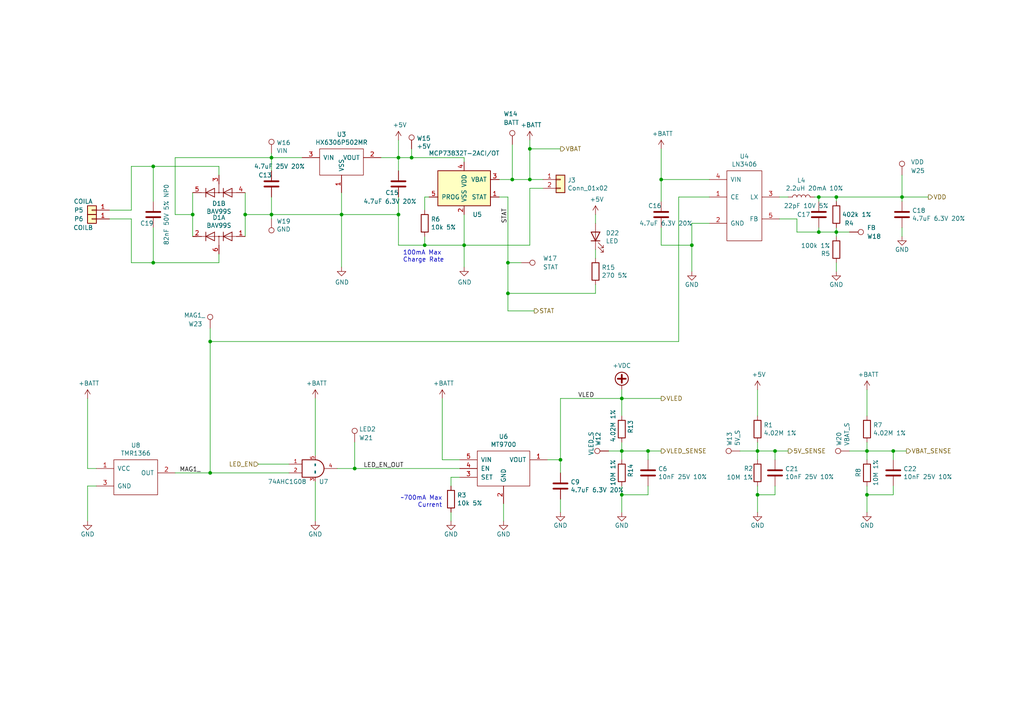
<source format=kicad_sch>
(kicad_sch (version 20211123) (generator eeschema)
  (paper "A4")
  (title_block (title "Pixels D20 Schematic, Power") (date "2020-04-13") (rev "2") (company "Systemic Games, LLC"))
  (lib_symbols
    (symbol "Connector_Generic:Conn_01x01" (pin_names (offset 1.016) hide)
      (property "Reference" "J" (at 0 2.54 0))
      (property "Value" "Conn_01x01" (at 0 -2.54 0))
      (symbol "Conn_01x01_1_1"
        (rectangle (start -1.27 0.127) (end 0 -0.127) (stroke (width 0.1524)))
        (rectangle (start -1.27 1.27) (end 1.27 -1.27) (stroke (width 0.254)) (fill (type background)))
        (pin passive line (at -5.08 0 0) (length 3.81) (name "Pin_1") (number "1"))
      )
    )
    (symbol "Connector_Generic:Conn_01x02" (pin_names (offset 1.016) hide)
      (property "Reference" "J" (at 0 2.54 0))
      (property "Value" "Conn_01x02" (at 0 -5.08 0))
      (symbol "Conn_01x02_1_1"
        (rectangle (start -1.27 -2.413) (end 0 -2.667) (stroke (width 0.1524)))
        (rectangle (start -1.27 0.127) (end 0 -0.127) (stroke (width 0.1524)))
        (rectangle (start -1.27 1.27) (end 1.27 -3.81) (stroke (width 0.254)) (fill (type background)))
        (pin passive line (at -5.08 0 0) (length 3.81) (name "Pin_1") (number "1"))
        (pin passive line (at -5.08 -2.54 0) (length 3.81) (name "Pin_2") (number "2"))
      )
    )
    (symbol "Device:C" (pin_numbers hide) (pin_names (offset 0.254))
      (property "Reference" "C" (at 0.635 2.54 0))
      (property "Value" "C" (at 0.635 -2.54 0))
      (symbol "C_0_1"
        (polyline (pts (xy -2.032 -0.762) (xy 2.032 -0.762)) (stroke (width 0.508)))
        (polyline (pts (xy -2.032 0.762) (xy 2.032 0.762)) (stroke (width 0.508)))
      )
      (symbol "C_1_1"
        (pin passive line (at 0 3.81 270) (length 2.794) (name "~") (number "1"))
        (pin passive line (at 0 -3.81 90) (length 2.794) (name "~") (number "2"))
      )
    )
    (symbol "Device:L" (pin_numbers hide) (pin_names (offset 1.016) hide)
      (property "Reference" "L" (at -1.27 0 90))
      (property "Value" "L" (at 1.905 0 90))
      (symbol "L_0_1"
        (arc (start 0 -2.54) (mid 0.635 -1.905) (end 0 -1.27))
        (arc (start 0 -1.27) (mid 0.635 -0.635) (end 0 0))
        (arc (start 0 0) (mid 0.635 0.635) (end 0 1.27))
        (arc (start 0 1.27) (mid 0.635 1.905) (end 0 2.54))
      )
      (symbol "L_1_1"
        (pin passive line (at 0 3.81 270) (length 1.27) (name "1") (number "1"))
        (pin passive line (at 0 -3.81 90) (length 1.27) (name "2") (number "2"))
      )
    )
    (symbol "Device:LED" (pin_numbers hide) (pin_names (offset 1.016) hide)
      (property "Reference" "D" (at 0 2.54 0))
      (property "Value" "LED" (at 0 -2.54 0))
      (symbol "LED_0_1"
        (polyline (pts (xy -1.27 -1.27) (xy -1.27 1.27)) (stroke (width 0.254)))
        (polyline (pts (xy -1.27 0) (xy 1.27 0)))
        (polyline (pts (xy 1.27 -1.27) (xy 1.27 1.27) (xy -1.27 0) (xy 1.27 -1.27)) (stroke (width 0.254)))
        (polyline (pts (xy -3.048 -0.762) (xy -4.572 -2.286) (xy -3.81 -2.286) (xy -4.572 -2.286) (xy -4.572 -1.524)))
        (polyline (pts (xy -1.778 -0.762) (xy -3.302 -2.286) (xy -2.54 -2.286) (xy -3.302 -2.286) (xy -3.302 -1.524)))
      )
      (symbol "LED_1_1"
        (pin passive line (at -3.81 0 0) (length 2.54) (name "K") (number "1"))
        (pin passive line (at 3.81 0 180) (length 2.54) (name "A") (number "2"))
      )
    )
    (symbol "Device:R" (pin_numbers hide) (pin_names (offset 0))
      (property "Reference" "R" (at 2.032 0 90))
      (property "Value" "R" (at 0 0 90))
      (symbol "R_0_1"
        (rectangle (start -1.016 -2.54) (end 1.016 2.54) (stroke (width 0.254)))
      )
      (symbol "R_1_1"
        (pin passive line (at 0 3.81 270) (length 1.27) (name "~") (number "1"))
        (pin passive line (at 0 -3.81 90) (length 1.27) (name "~") (number "2"))
      )
    )
    (symbol "Pixels-dice:74AHC1G08" (pin_names (offset 1.016))
      (property "Reference" "U" (at -2.54 3.81 0))
      (property "Value" "74AHC1G08" (at 0 -3.81 0))
      (symbol "74AHC1G08_0_1"
        (arc (start 0 -2.54) (mid 2.54 0) (end 0 2.54) (stroke (width 0.254)))
        (polyline (pts (xy 0 -2.54) (xy -3.81 -2.54) (xy -3.81 2.54) (xy 0 2.54)) (stroke (width 0.254)))
      )
      (symbol "74AHC1G08_1_1"
        (pin input line (at -7.62 1.27 0) (length 3.81) (name "~") (number "1"))
        (pin input line (at -7.62 -1.27 0) (length 3.81) (name "~") (number "2"))
        (pin power_in line (at 0 -3.81 90) (length 1.27) (name "GND") (number "3"))
        (pin output line (at 6.35 0 180) (length 3.81) (name "~") (number "4"))
        (pin power_in line (at 0 3.81 270) (length 1.27) (name "VCC") (number "5"))
      )
    )
    (symbol "Pixels-dice:BAV99S-diode" (pin_names (offset 0.0254) hide)
      (property "Reference" "D" (at 0 2.54 0))
      (property "Value" "BAV99S-diode" (at 0 5.08 0))
      (symbol "BAV99S-diode_0_1"
        (polyline (pts (xy -5.08 0) (xy 5.08 0)))
        (polyline (pts (xy 0 0) (xy 0 -2.54)))
        (polyline (pts (xy -1.27 -1.27) (xy -1.27 1.27) (xy -1.27 1.27)) (stroke (width 0.2032)))
        (polyline (pts (xy 3.81 1.27) (xy 3.81 -1.27) (xy 3.81 -1.27)) (stroke (width 0.2032)))
        (polyline (pts (xy -3.81 1.27) (xy -1.27 0) (xy -3.81 -1.27) (xy -3.81 1.27) (xy -3.81 1.27) (xy -3.81 1.27)) (stroke (width 0.2032)))
        (polyline (pts (xy 1.27 1.27) (xy 3.81 0) (xy 1.27 -1.27) (xy 1.27 1.27) (xy 1.27 1.27) (xy 1.27 1.27)) (stroke (width 0.2032)))
        (circle (center 0 0) (radius 0.127))
      )
      (symbol "BAV99S-diode_1_1"
        (polyline (pts (xy 6.35 0) (xy 7.62 0)))
        (pin passive line (at -7.62 0 0) (length 2.54) (name "A1") (number "1"))
        (pin passive line (at 7.62 0 180) (length 2.54) (name "K2") (number "2"))
        (pin passive line (at 0 -5.08 90) (length 2.54) (name "K3A4") (number "6"))
      )
      (symbol "BAV99S-diode_2_1"
        (polyline (pts (xy 6.35 0) (xy 7.62 0)))
        (pin passive line (at 0 -5.08 90) (length 2.54) (name "K1A2") (number "3"))
        (pin passive line (at -7.62 0 0) (length 2.54) (name "A3") (number "4"))
        (pin passive line (at 7.62 0 180) (length 2.54) (name "K4") (number "5"))
      )
    )
    (symbol "Pixels-dice:HX6306P502MR" (pin_names (offset 1.016))
      (property "Reference" "U" (at 3.81 -6.35 0))
      (property "Value" "HX6306P502MR" (at 0 3.81 0))
      (symbol "HX6306P502MR_0_1"
        (rectangle (start -6.35 2.54) (end 6.35 -5.08))
      )
      (symbol "HX6306P502MR_1_1"
        (pin power_in line (at 0 -10.16 90) (length 5.08) (name "VSS") (number "1"))
        (pin power_out line (at 11.43 0 180) (length 5.08) (name "VOUT") (number "2"))
        (pin power_in line (at -11.43 0 0) (length 5.08) (name "VIN") (number "3"))
      )
    )
    (symbol "Pixels-dice:LN3406" (pin_names (offset 1.016))
      (property "Reference" "U" (at 2.54 -11.43 0))
      (property "Value" "LN3406" (at -1.27 11.43 0))
      (symbol "LN3406_0_1"
        (rectangle (start -5.08 10.16) (end 5.08 -10.16))
      )
      (symbol "LN3406_1_1"
        (pin input line (at -10.16 2.54 0) (length 5.08) (name "CE") (number "1"))
        (pin power_in line (at -10.16 -5.08 0) (length 5.08) (name "GND") (number "2"))
        (pin power_out line (at 10.16 2.54 180) (length 5.08) (name "LX") (number "3"))
        (pin power_in line (at -10.16 7.62 0) (length 5.08) (name "VIN") (number "4"))
        (pin input line (at 10.16 -3.81 180) (length 5.08) (name "FB") (number "5"))
      )
    )
    (symbol "Pixels-dice:MCP73831-2-OT-battery_management" (pin_names (offset 1.016))
      (property "Reference" "U" (at -7.62 6.35 0))
      (property "Value" "MCP73831-2-OT-battery_management" (at 1.27 6.35 0))
      (symbol "MCP73831-2-OT-battery_management_0_1"
        (rectangle (start -7.62 5.08) (end 7.62 -5.08) (stroke (width 0.254)) (fill (type background)))
      )
      (symbol "MCP73831-2-OT-battery_management_1_1"
        (pin output line (at 10.16 -2.54 180) (length 2.54) (name "STAT") (number "1"))
        (pin power_in line (at 0 -7.62 90) (length 2.54) (name "VSS") (number "2"))
        (pin power_out line (at 10.16 2.54 180) (length 2.54) (name "VBAT") (number "3"))
        (pin power_in line (at 0 7.62 270) (length 2.54) (name "VDD") (number "4"))
        (pin input line (at -10.16 -2.54 0) (length 2.54) (name "PROG") (number "5"))
      )
    )
    (symbol "Pixels-dice:MT9700" (pin_names (offset 1.016))
      (property "Reference" "U" (at 6.35 -6.35 0))
      (property "Value" "MT9700" (at 0 6.35 0))
      (symbol "MT9700_0_1"
        (rectangle (start -7.62 5.08) (end 7.62 -5.08))
      )
      (symbol "MT9700_1_1"
        (pin power_out line (at 12.7 2.54 180) (length 5.08) (name "VOUT") (number "1"))
        (pin power_in line (at 0 -10.16 90) (length 5.08) (name "GND") (number "2"))
        (pin input line (at -12.7 -2.54 0) (length 5.08) (name "SET") (number "3"))
        (pin input line (at -12.7 0 0) (length 5.08) (name "EN") (number "4"))
        (pin power_in line (at -12.7 2.54 0) (length 5.08) (name "VIN") (number "5"))
      )
    )
    (symbol "Pixels-dice:TEST_1P-conn" (pin_numbers hide) (pin_names (offset 0.762) hide)
      (property "Reference" "W" (at 0 6.858 0))
      (property "Value" "TEST_1P-conn" (at 0 5.08 0))
      (symbol "TEST_1P-conn_0_1"
        (circle (center 0 3.302) (radius 0.762))
      )
      (symbol "TEST_1P-conn_1_1"
        (pin passive line (at 0 0 90) (length 2.54) (name "1") (number "1"))
      )
    )
    (symbol "Pixels-dice:TMR1366" (pin_names (offset 1.016))
      (property "Reference" "U" (at 3.81 -6.35 0))
      (property "Value" "TMR1366" (at 0 6.35 0))
      (symbol "TMR1366_1_1"
        (rectangle (start -6.35 5.08) (end 6.35 -5.08))
        (pin power_in line (at -11.43 2.54 0) (length 5.08) (name "VCC") (number "1"))
        (pin output line (at 11.43 1.27 180) (length 5.08) (name "OUT") (number "2"))
        (pin power_in line (at -11.43 -2.54 0) (length 5.08) (name "GND") (number "3"))
      )
    )
    (symbol "power:+5V" (power) (pin_names (offset 0))
      (property "Value" "+5V" (at 0 3.556 0))
      (symbol "+5V_0_1"
        (polyline (pts (xy -0.762 1.27) (xy 0 2.54)))
        (polyline (pts (xy 0 0) (xy 0 2.54)))
        (polyline (pts (xy 0 2.54) (xy 0.762 1.27)))
      )
      (symbol "+5V_1_1"
        (pin power_in line (at 0 0 90) (length 0) hide (name "+5V") (number "1"))
      )
    )
    (symbol "power:+BATT" (power) (pin_names (offset 0))
      (property "Value" "+BATT" (at 0 3.556 0))
      (symbol "+BATT_0_1"
        (polyline (pts (xy -0.762 1.27) (xy 0 2.54)))
        (polyline (pts (xy 0 0) (xy 0 2.54)))
        (polyline (pts (xy 0 2.54) (xy 0.762 1.27)))
      )
      (symbol "+BATT_1_1"
        (pin power_in line (at 0 0 90) (length 0) hide (name "+BATT") (number "1"))
      )
    )
    (symbol "power:+VDC" (power) (pin_names (offset 0))
      (property "Value" "+VDC" (at 0 6.35 0))
      (symbol "+VDC_0_1"
        (polyline (pts (xy -1.143 3.175) (xy 1.143 3.175)) (stroke (width 0.508)))
        (polyline (pts (xy 0 0) (xy 0 1.27)))
        (polyline (pts (xy 0 2.032) (xy 0 4.318)) (stroke (width 0.508)))
        (circle (center 0 3.175) (radius 1.905) (stroke (width 0.254)))
      )
      (symbol "+VDC_1_1"
        (pin power_in line (at 0 0 90) (length 0) hide (name "+VDC") (number "1"))
      )
    )
    (symbol "power:GND" (power) (pin_names (offset 0))
      (property "Value" "GND" (at 0 -3.81 0))
      (symbol "GND_0_1"
        (polyline (pts (xy 0 0) (xy 0 -1.27) (xy 1.27 -1.27) (xy 0 -2.54) (xy -1.27 -1.27) (xy 0 -1.27)))
      )
      (symbol "GND_1_1"
        (pin power_in line (at 0 0 270) (length 0) hide (name "GND") (number "1"))
      )
    )
  )
  (junction (at 102.87 135.89))
  (junction (at 251.46 143.51))
  (junction (at 180.34 115.57))
  (junction (at 60.96 137.16))
  (junction (at 55.88 62.23))
  (junction (at 134.62 71.12))
  (junction (at 153.67 52.07))
  (junction (at 259.08 130.81))
  (junction (at 200.66 71.12))
  (junction (at 99.06 62.23))
  (junction (at 261.62 57.15))
  (junction (at 78.74 45.72))
  (junction (at 180.34 143.51))
  (junction (at 224.79 130.81))
  (junction (at 71.12 62.23))
  (junction (at 115.57 45.72))
  (junction (at 219.71 143.51))
  (junction (at 237.49 57.15))
  (junction (at 44.45 48.26))
  (junction (at 147.32 76.2))
  (junction (at 242.57 67.31))
  (junction (at 115.57 62.23))
  (junction (at 153.67 43.18))
  (junction (at 180.34 130.81))
  (junction (at 44.45 76.2))
  (junction (at 187.96 130.81))
  (junction (at 162.56 133.35))
  (junction (at 237.49 67.31))
  (junction (at 242.57 57.15))
  (junction (at 191.77 52.07))
  (junction (at 60.96 99.06))
  (junction (at 147.32 85.09))
  (junction (at 78.74 62.23))
  (junction (at 119.38 45.72))
  (junction (at 148.59 52.07))
  (junction (at 219.71 130.81))
  (junction (at 123.19 71.12))
  (junction (at 251.46 130.81))
  (wire (pts (xy 237.49 67.31) (xy 242.57 67.31)))
  (wire (pts (xy 231.14 63.5) (xy 231.14 67.31)))
  (wire (pts (xy 123.19 68.58) (xy 123.19 71.12)))
  (wire (pts (xy 219.71 133.35) (xy 219.71 130.81)))
  (wire (pts (xy 172.72 82.55) (xy 172.72 85.09)))
  (wire (pts (xy 237.49 57.15) (xy 236.22 57.15)))
  (wire (pts (xy 226.06 63.5) (xy 231.14 63.5)))
  (wire (pts (xy 55.88 62.23) (xy 55.88 68.58)))
  (wire (pts (xy 261.62 57.15) (xy 261.62 58.42)))
  (wire (pts (xy 242.57 57.15) (xy 237.49 57.15)))
  (wire (pts (xy 153.67 52.07) (xy 153.67 43.18)))
  (wire (pts (xy 44.45 76.2) (xy 38.1 76.2)))
  (wire (pts (xy 134.62 62.23) (xy 134.62 71.12)))
  (wire (pts (xy 78.74 62.23) (xy 99.06 62.23)))
  (wire (pts (xy 123.19 57.15) (xy 123.19 60.96)))
  (wire (pts (xy 25.4 115.57) (xy 25.4 135.89)))
  (wire (pts (xy 251.46 130.81) (xy 251.46 133.35)))
  (wire (pts (xy 180.34 130.81) (xy 180.34 133.35)))
  (wire (pts (xy 200.66 71.12) (xy 200.66 78.74)))
  (wire (pts (xy 147.32 57.15) (xy 147.32 76.2)))
  (wire (pts (xy 55.88 55.88) (xy 55.88 62.23)))
  (wire (pts (xy 50.8 45.72) (xy 78.74 45.72)))
  (wire (pts (xy 115.57 62.23) (xy 115.57 57.15)))
  (wire (pts (xy 27.94 140.97) (xy 25.4 140.97)))
  (wire (pts (xy 228.6 57.15) (xy 226.06 57.15)))
  (wire (pts (xy 115.57 40.64) (xy 115.57 45.72)))
  (wire (pts (xy 162.56 43.18) (xy 153.67 43.18)))
  (wire (pts (xy 44.45 48.26) (xy 38.1 48.26)))
  (wire (pts (xy 237.49 58.42) (xy 237.49 57.15)))
  (wire (pts (xy 231.14 67.31) (xy 237.49 67.31)))
  (wire (pts (xy 63.5 48.26) (xy 44.45 48.26)))
  (wire (pts (xy 187.96 143.51) (xy 180.34 143.51)))
  (wire (pts (xy 187.96 140.97) (xy 187.96 143.51)))
  (wire (pts (xy 180.34 128.27) (xy 180.34 130.81)))
  (wire (pts (xy 191.77 115.57) (xy 180.34 115.57)))
  (wire (pts (xy 146.05 146.05) (xy 146.05 151.13)))
  (wire (pts (xy 144.78 57.15) (xy 147.32 57.15)))
  (wire (pts (xy 187.96 130.81) (xy 187.96 133.35)))
  (wire (pts (xy 242.57 67.31) (xy 246.38 67.31)))
  (wire (pts (xy 261.62 50.8) (xy 261.62 57.15)))
  (wire (pts (xy 153.67 54.61) (xy 153.67 71.12)))
  (wire (pts (xy 60.96 95.25) (xy 60.96 99.06)))
  (wire (pts (xy 74.93 134.62) (xy 83.82 134.62)))
  (wire (pts (xy 200.66 64.77) (xy 205.74 64.77)))
  (wire (pts (xy 219.71 130.81) (xy 224.79 130.81)))
  (wire (pts (xy 196.85 57.15) (xy 196.85 99.06)))
  (wire (pts (xy 115.57 45.72) (xy 115.57 49.53)))
  (wire (pts (xy 78.74 62.23) (xy 71.12 62.23)))
  (wire (pts (xy 259.08 143.51) (xy 251.46 143.51)))
  (wire (pts (xy 25.4 140.97) (xy 25.4 151.13)))
  (wire (pts (xy 237.49 67.31) (xy 237.49 66.04)))
  (wire (pts (xy 38.1 76.2) (xy 38.1 63.5)))
  (wire (pts (xy 261.62 57.15) (xy 269.24 57.15)))
  (wire (pts (xy 251.46 143.51) (xy 251.46 148.59)))
  (wire (pts (xy 162.56 137.16) (xy 162.56 133.35)))
  (wire (pts (xy 124.46 57.15) (xy 123.19 57.15)))
  (wire (pts (xy 78.74 63.5) (xy 78.74 62.23)))
  (wire (pts (xy 147.32 90.17) (xy 154.94 90.17)))
  (wire (pts (xy 115.57 71.12) (xy 123.19 71.12)))
  (wire (pts (xy 180.34 143.51) (xy 180.34 148.59)))
  (wire (pts (xy 180.34 115.57) (xy 162.56 115.57)))
  (wire (pts (xy 191.77 58.42) (xy 191.77 52.07)))
  (wire (pts (xy 78.74 57.15) (xy 78.74 62.23)))
  (wire (pts (xy 133.35 133.35) (xy 128.27 133.35)))
  (wire (pts (xy 60.96 99.06) (xy 60.96 137.16)))
  (wire (pts (xy 63.5 76.2) (xy 44.45 76.2)))
  (wire (pts (xy 224.79 140.97) (xy 224.79 143.51)))
  (wire (pts (xy 191.77 43.18) (xy 191.77 52.07)))
  (wire (pts (xy 91.44 139.7) (xy 91.44 151.13)))
  (wire (pts (xy 200.66 64.77) (xy 200.66 71.12)))
  (wire (pts (xy 25.4 135.89) (xy 27.94 135.89)))
  (wire (pts (xy 91.44 115.57) (xy 91.44 132.08)))
  (wire (pts (xy 44.45 66.04) (xy 44.45 76.2)))
  (wire (pts (xy 102.87 135.89) (xy 133.35 135.89)))
  (wire (pts (xy 153.67 43.18) (xy 153.67 40.64)))
  (wire (pts (xy 180.34 113.03) (xy 180.34 115.57)))
  (wire (pts (xy 134.62 46.99) (xy 134.62 45.72)))
  (wire (pts (xy 133.35 138.43) (xy 130.81 138.43)))
  (wire (pts (xy 148.59 41.91) (xy 148.59 52.07)))
  (wire (pts (xy 110.49 45.72) (xy 115.57 45.72)))
  (wire (pts (xy 38.1 48.26) (xy 38.1 60.96)))
  (wire (pts (xy 242.57 58.42) (xy 242.57 57.15)))
  (wire (pts (xy 60.96 99.06) (xy 196.85 99.06)))
  (wire (pts (xy 251.46 140.97) (xy 251.46 143.51)))
  (wire (pts (xy 119.38 43.18) (xy 119.38 45.72)))
  (wire (pts (xy 130.81 148.59) (xy 130.81 151.13)))
  (wire (pts (xy 50.8 62.23) (xy 50.8 45.72)))
  (wire (pts (xy 115.57 62.23) (xy 115.57 71.12)))
  (wire (pts (xy 97.79 135.89) (xy 102.87 135.89)))
  (wire (pts (xy 259.08 140.97) (xy 259.08 143.51)))
  (wire (pts (xy 50.8 137.16) (xy 60.96 137.16)))
  (wire (pts (xy 157.48 52.07) (xy 153.67 52.07)))
  (wire (pts (xy 205.74 57.15) (xy 196.85 57.15)))
  (wire (pts (xy 172.72 72.39) (xy 172.72 74.93)))
  (wire (pts (xy 99.06 62.23) (xy 115.57 62.23)))
  (wire (pts (xy 134.62 71.12) (xy 153.67 71.12)))
  (wire (pts (xy 144.78 52.07) (xy 148.59 52.07)))
  (wire (pts (xy 219.71 140.97) (xy 219.71 143.51)))
  (wire (pts (xy 224.79 143.51) (xy 219.71 143.51)))
  (wire (pts (xy 242.57 57.15) (xy 261.62 57.15)))
  (wire (pts (xy 44.45 58.42) (xy 44.45 48.26)))
  (wire (pts (xy 38.1 63.5) (xy 31.75 63.5)))
  (wire (pts (xy 224.79 130.81) (xy 228.6 130.81)))
  (wire (pts (xy 147.32 76.2) (xy 147.32 85.09)))
  (wire (pts (xy 115.57 45.72) (xy 119.38 45.72)))
  (wire (pts (xy 148.59 52.07) (xy 153.67 52.07)))
  (wire (pts (xy 130.81 138.43) (xy 130.81 140.97)))
  (wire (pts (xy 119.38 45.72) (xy 134.62 45.72)))
  (wire (pts (xy 180.34 115.57) (xy 180.34 120.65)))
  (wire (pts (xy 242.57 67.31) (xy 242.57 68.58)))
  (wire (pts (xy 71.12 62.23) (xy 71.12 68.58)))
  (wire (pts (xy 251.46 128.27) (xy 251.46 130.81)))
  (wire (pts (xy 157.48 54.61) (xy 153.67 54.61)))
  (wire (pts (xy 147.32 85.09) (xy 147.32 90.17)))
  (wire (pts (xy 99.06 62.23) (xy 99.06 77.47)))
  (wire (pts (xy 134.62 71.12) (xy 134.62 77.47)))
  (wire (pts (xy 172.72 62.23) (xy 172.72 64.77)))
  (wire (pts (xy 158.75 133.35) (xy 162.56 133.35)))
  (wire (pts (xy 219.71 128.27) (xy 219.71 130.81)))
  (wire (pts (xy 123.19 71.12) (xy 134.62 71.12)))
  (wire (pts (xy 176.53 130.81) (xy 180.34 130.81)))
  (wire (pts (xy 259.08 130.81) (xy 262.89 130.81)))
  (wire (pts (xy 128.27 115.57) (xy 128.27 133.35)))
  (wire (pts (xy 224.79 133.35) (xy 224.79 130.81)))
  (wire (pts (xy 214.63 130.81) (xy 219.71 130.81)))
  (wire (pts (xy 242.57 67.31) (xy 242.57 66.04)))
  (wire (pts (xy 78.74 44.45) (xy 78.74 45.72)))
  (wire (pts (xy 180.34 130.81) (xy 187.96 130.81)))
  (wire (pts (xy 261.62 66.04) (xy 261.62 68.58)))
  (wire (pts (xy 191.77 71.12) (xy 200.66 71.12)))
  (wire (pts (xy 71.12 55.88) (xy 71.12 62.23)))
  (wire (pts (xy 102.87 128.27) (xy 102.87 135.89)))
  (wire (pts (xy 219.71 143.51) (xy 219.71 148.59)))
  (wire (pts (xy 78.74 45.72) (xy 87.63 45.72)))
  (wire (pts (xy 78.74 45.72) (xy 78.74 49.53)))
  (wire (pts (xy 191.77 52.07) (xy 205.74 52.07)))
  (wire (pts (xy 38.1 60.96) (xy 31.75 60.96)))
  (wire (pts (xy 162.56 115.57) (xy 162.56 133.35)))
  (wire (pts (xy 251.46 130.81) (xy 259.08 130.81)))
  (wire (pts (xy 180.34 140.97) (xy 180.34 143.51)))
  (wire (pts (xy 60.96 137.16) (xy 83.82 137.16)))
  (wire (pts (xy 162.56 144.78) (xy 162.56 148.59)))
  (wire (pts (xy 63.5 50.8) (xy 63.5 48.26)))
  (wire (pts (xy 99.06 55.88) (xy 99.06 62.23)))
  (wire (pts (xy 151.13 76.2) (xy 147.32 76.2)))
  (wire (pts (xy 219.71 120.65) (xy 219.71 113.03)))
  (wire (pts (xy 251.46 113.03) (xy 251.46 120.65)))
  (wire (pts (xy 63.5 73.66) (xy 63.5 76.2)))
  (wire (pts (xy 191.77 66.04) (xy 191.77 71.12)))
  (wire (pts (xy 246.38 130.81) (xy 251.46 130.81)))
  (wire (pts (xy 242.57 76.2) (xy 242.57 78.74)))
  (wire (pts (xy 172.72 85.09) (xy 147.32 85.09)))
  (wire (pts (xy 259.08 130.81) (xy 259.08 133.35)))
  (wire (pts (xy 187.96 130.81) (xy 191.77 130.81)))
  (wire (pts (xy 55.88 62.23) (xy 50.8 62.23)))
  (text "~700mA Max\nCurrent" (at 128.27 147.32 180) (effects (font (size 1.27 1.27)) (justify right bottom)))
  (text "100mA Max\nCharge Rate" (at 116.84 76.2 0) (effects (font (size 1.27 1.27)) (justify left bottom)))
  (label "MAG1_" (at 52.07 137.16 0))
  (label "VLED" (at 167.64 115.57 0))
  (label "LED_EN_OUT" (at 105.41 135.89 0))
  (label "STAT" (at 147.32 64.77 90))
  (hierarchical_label "LED_EN" (shape input) (at 74.93 134.62 180))
  (hierarchical_label "VDD" (shape output) (at 269.24 57.15 0))
  (hierarchical_label "VBAT_SENSE" (shape output) (at 262.89 130.81 0))
  (hierarchical_label "VLED_SENSE" (shape output) (at 191.77 130.81 0))
  (hierarchical_label "STAT" (shape output) (at 154.94 90.17 0))
  (hierarchical_label "5V_SENSE" (shape output) (at 228.6 130.81 0))
  (hierarchical_label "VLED" (shape output) (at 191.77 115.57 0))
  (hierarchical_label "VBAT" (shape output) (at 162.56 43.18 0))
  (symbol (lib_id "Pixels-dice:TEST_1P-conn") (at 78.74 44.45 0) (unit 1)
    (property "Reference" "W16" (at 80.2132 41.402 0) (effects (justify left)))
    (property "Value" "VIN" (at 80.2132 43.7134 0) (effects (justify left)))
    (property "Footprint" "Pixels-dice:TEST_PIN" (effects hide))
  )
  (symbol (lib_id "Pixels-dice:TEST_1P-conn") (at 78.74 63.5 180) (unit 1)
    (property "Reference" "W19" (at 80.2132 64.1858 0) (effects (justify right)))
    (property "Value" "GND" (at 80.2132 66.4972 0) (effects (justify right)))
    (property "Footprint" "Pixels-dice:TEST_PIN" (effects hide))
  )
  (symbol (lib_id "Pixels-dice:TEST_1P-conn") (at 119.38 43.18 0) (unit 1)
    (property "Reference" "W15" (at 120.8532 40.132 0) (effects (justify left)))
    (property "Value" "+5V" (at 120.8532 42.4434 0) (effects (justify left)))
    (property "Footprint" "Pixels-dice:TEST_PIN" (effects hide))
  )
  (symbol (lib_id "Pixels-dice:TEST_1P-conn") (at 148.59 41.91 0) (unit 1)
    (property "Reference" "W14" (at 146.05 33.02 0) (effects (justify left)))
    (property "Value" "BATT" (at 146.05 35.56 0) (effects (justify left)))
    (property "Footprint" "Pixels-dice:TEST_PIN" (effects hide))
  )
  (symbol (lib_id "Pixels-dice:TEST_1P-conn") (at 246.38 67.31 270) (unit 1)
    (property "Reference" "W18" (at 251.46 68.58 90) (effects (justify left)))
    (property "Value" "FB" (at 251.46 66.04 90) (effects (justify left)))
    (property "Footprint" "Pixels-dice:TEST_PIN" (effects hide))
  )
  (symbol (lib_id "Pixels-dice:TEST_1P-conn") (at 102.87 128.27 0) (unit 1)
    (property "Reference" "W21" (at 104.14 127 0) (effects (justify left)))
    (property "Value" "LED2" (at 104.14 124.46 0) (effects (justify left)))
    (property "Footprint" "Pixels-dice:TEST_PIN" (effects hide))
  )
  (symbol (lib_id "power:+BATT") (at 128.27 115.57 0) (unit 1)
    (property "Reference" "#PWR033" (effects hide))
    (property "Value" "+BATT" (at 128.651 111.1758 0))
  )
  (symbol (lib_id "Connector_Generic:Conn_01x01") (at 26.67 60.96 180) (unit 1)
    (property "Reference" "P5" (at 22.86 60.96 0))
    (property "Value" "COILA" (at 24.13 58.42 0))
    (property "Footprint" "TestPoint:TestPoint_THTPad_D1.5mm_Drill0.7mm" (effects hide))
  )
  (symbol (lib_id "Connector_Generic:Conn_01x01") (at 26.67 63.5 180) (unit 1)
    (property "Reference" "P6" (at 22.86 63.5 0))
    (property "Value" "COILB" (at 24.13 66.04 0))
    (property "Footprint" "TestPoint:TestPoint_THTPad_D1.5mm_Drill0.7mm" (effects hide))
  )
  (symbol (lib_id "Device:L") (at 232.41 57.15 90) (unit 1)
    (property "Reference" "L4" (at 232.41 52.324 90))
    (property "Value" "2.2uH 20mA 10%" (at 236.22 54.61 90))
    (property "Footprint" "Inductor_SMD:L_0805_2012Metric" (effects hide))
    (property "Generic OK" "YES" (effects hide))
    (property "Pixels Part Number" "SMD-L004" (effects hide))
    (property "Manufacturer" "Bourns" (effects hide))
    (property "Manufacturer Part Number" "CV201210-2R2K" (effects hide))
  )
  (symbol (lib_id "Device:C") (at 261.62 62.23 0) (unit 1)
    (property "Reference" "C18" (at 264.541 61.0616 0) (effects (justify left)))
    (property "Value" "4.7uF 6.3V 20%" (at 264.541 63.373 0) (effects (justify left)))
    (property "Footprint" "Capacitor_SMD:C_0402_1005Metric" (effects hide))
    (property "Generic OK" "YES" (effects hide))
    (property "Pixels Part Number" "SMD-C002" (effects hide))
    (property "Manufacturer" "Murata" (effects hide))
    (property "Manufacturer Part Number" "GRM155R60J475ME87D" (effects hide))
  )
  (symbol (lib_id "power:GND") (at 261.62 68.58 0) (unit 1)
    (property "Reference" "#PWR028" (effects hide))
    (property "Value" "GND" (at 261.62 72.39 0))
  )
  (symbol (lib_id "power:GND") (at 200.66 78.74 0) (unit 1)
    (property "Reference" "#PWR029" (effects hide))
    (property "Value" "GND" (at 200.66 82.55 0))
  )
  (symbol (lib_id "Pixels-dice:LN3406") (at 215.9 59.69 0) (unit 1)
    (property "Reference" "U4" (at 215.9 45.339 0))
    (property "Value" "LN3406" (at 215.9 47.6504 0))
    (property "Footprint" "Pixels-dice:SOT-23-5" (effects hide))
    (property "Generic OK" "NO" (effects hide))
    (property "Manufacturer" "NATLINEAR" (effects hide))
    (property "Manufacturer Part Number" "XT3406AFMR-G" (effects hide))
    (property "Pixels Part Number" "SMD-U004-ALT1" (effects hide))
  )
  (symbol (lib_id "power:GND") (at 146.05 151.13 0) (unit 1)
    (property "Reference" "#PWR038" (effects hide))
    (property "Value" "GND" (at 146.05 154.94 0))
  )
  (symbol (lib_id "Device:C") (at 237.49 62.23 0) (unit 1)
    (property "Reference" "C17" (at 231.14 62.23 0) (effects (justify left)))
    (property "Value" "22pF 10V 5%" (at 227.33 59.69 0) (effects (justify left)))
    (property "Footprint" "Capacitor_SMD:C_0402_1005Metric" (effects hide))
    (property "Generic OK" "YES" (effects hide))
    (property "Pixels Part Number" "SMD-C007" (effects hide))
    (property "Manufacturer" "Yageo" (effects hide))
    (property "Manufacturer Part Number" "CC0402JRNPO9BN220" (effects hide))
  )
  (symbol (lib_id "Device:R") (at 242.57 72.39 180) (unit 1)
    (property "Reference" "R5" (at 240.792 73.5584 0) (effects (justify left)))
    (property "Value" "100k 1%" (at 240.792 71.247 0) (effects (justify left)))
    (property "Footprint" "Resistor_SMD:R_0402_1005Metric" (effects hide))
    (property "Generic OK" "YES" (effects hide))
    (property "Pixels Part Number" "SMD-R006" (effects hide))
    (property "Manufacturer" "Vishay" (effects hide))
    (property "Manufacturer Part Number" "CRCW0402100KFKEDC" (effects hide))
  )
  (symbol (lib_id "Device:R") (at 242.57 62.23 180) (unit 1)
    (property "Reference" "R4" (at 247.65 64.77 0) (effects (justify left)))
    (property "Value" "402k 1%" (at 252.73 62.23 0) (effects (justify left)))
    (property "Footprint" "Resistor_SMD:R_0402_1005Metric" (effects hide))
    (property "Generic OK" "YES" (effects hide))
    (property "Pixels Part Number" "SMD-R001" (effects hide))
    (property "Manufacturer" "Yageo" (effects hide))
    (property "Manufacturer Part Number" "RC0402FR-07402KL" (effects hide))
  )
  (symbol (lib_id "Device:R") (at 251.46 124.46 0) (unit 1)
    (property "Reference" "R7" (at 253.238 123.2916 0) (effects (justify left)))
    (property "Value" "4.02M 1%" (at 253.238 125.603 0) (effects (justify left)))
    (property "Footprint" "Resistor_SMD:R_0402_1005Metric" (effects hide))
    (property "Generic OK" "YES" (effects hide))
    (property "Pixels Part Number" "SMD-R003" (effects hide))
    (property "Manufacturer" "Vishay" (effects hide))
    (property "Manufacturer Part Number" "CRCW04024M02FKED" (effects hide))
  )
  (symbol (lib_id "Device:R") (at 251.46 137.16 0) (unit 1)
    (property "Reference" "R8" (at 248.92 138.43 90) (effects (justify left)))
    (property "Value" "10M 1%" (at 254 140.97 90) (effects (justify left)))
    (property "Footprint" "Resistor_SMD:R_0402_1005Metric" (effects hide))
    (property "Generic OK" "YES" (effects hide))
    (property "Pixels Part Number" "SMD-R004" (effects hide))
    (property "Manufacturer" "Yageo" (effects hide))
    (property "Manufacturer Part Number" "RC0402FR-0710ML" (effects hide))
  )
  (symbol (lib_id "Device:C") (at 259.08 137.16 0) (unit 1)
    (property "Reference" "C22" (at 262.001 135.9916 0) (effects (justify left)))
    (property "Value" "10nF 25V 10%" (at 262.001 138.303 0) (effects (justify left)))
    (property "Footprint" "Capacitor_SMD:C_0402_1005Metric" (effects hide))
    (property "Generic OK" "YES" (effects hide))
    (property "Pixels Part Number" "SMD-C009" (effects hide))
    (property "Manufacturer" "Yageo" (effects hide))
    (property "Manufacturer Part Number" "AC0402KPX7R9BB103" (effects hide))
  )
  (symbol (lib_id "power:GND") (at 251.46 148.59 0) (unit 1)
    (property "Reference" "#PWR041" (effects hide))
    (property "Value" "GND" (at 251.46 152.4 0))
  )
  (symbol (lib_id "power:GND") (at 242.57 78.74 0) (unit 1)
    (property "Reference" "#PWR030" (effects hide))
    (property "Value" "GND" (at 242.57 82.55 0))
  )
  (symbol (lib_id "power:GND") (at 25.4 151.13 0) (unit 1)
    (property "Reference" "#PWR039" (effects hide))
    (property "Value" "GND" (at 25.4 154.94 0))
  )
  (symbol (lib_id "Device:C") (at 191.77 62.23 0) (unit 1)
    (property "Reference" "C16" (at 187.96 59.69 0) (effects (justify left)))
    (property "Value" "4.7uF 6.3V 20%" (at 185.42 64.77 0) (effects (justify left)))
    (property "Footprint" "Capacitor_SMD:C_0402_1005Metric" (effects hide))
    (property "Generic OK" "YES" (effects hide))
    (property "Pixels Part Number" "SMD-C002" (effects hide))
    (property "Manufacturer" "Murata" (effects hide))
    (property "Manufacturer Part Number" "GRM155R60J475ME87D" (effects hide))
  )
  (symbol (lib_id "Pixels-dice:BAV99S-diode") (at 63.5 68.58 0) (mirror y) (unit 1)
    (property "Reference" "D1" (at 63.5 63.0936 0))
    (property "Value" "BAV99S" (at 63.5 65.405 0))
    (property "Footprint" "Package_TO_SOT_SMD:SOT-363_SC-70-6" (effects hide))
    (property "Datasheet" "https://assets.nexperia.com/documents/data-sheet/BAV99_SER.pdf" (effects hide))
    (property "Generic OK" "YES" (effects hide))
    (property "Manufacturer" "Infineon" (effects hide))
    (property "Manufacturer Part Number" "BAV99SH6327XTSA1" (effects hide))
    (property "Pixels Part Number" "SMD-D001" (effects hide))
  )
  (symbol (lib_id "Pixels-dice:BAV99S-diode") (at 63.5 55.88 180) (unit 2)
    (property "Reference" "D1" (at 63.5 59.0296 0))
    (property "Value" "BAV99S" (at 63.5 61.341 0))
    (property "Footprint" "Package_TO_SOT_SMD:SOT-363_SC-70-6" (effects hide))
    (property "Datasheet" "https://assets.nexperia.com/documents/data-sheet/BAV99_SER.pdf" (effects hide))
    (property "Generic OK" "YES" (effects hide))
    (property "Manufacturer" "Infineon" (effects hide))
    (property "Manufacturer Part Number" "BAV99SH6327XTSA1" (effects hide))
    (property "Pixels Part Number" "SMD-D001" (effects hide))
  )
  (symbol (lib_id "Device:C") (at 44.45 62.23 0) (unit 1)
    (property "Reference" "C19" (at 40.64 64.77 0) (effects (justify left)))
    (property "Value" "82nF 50V 5% NP0" (at 48.26 71.12 90) (effects (justify left)))
    (property "Footprint" "Capacitor_SMD:C_0805_2012Metric" (effects hide))
    (property "Generic OK" "YES" (effects hide))
    (property "Pixels Part Number" "SMD-C011" (effects hide))
  )
  (symbol (lib_id "Device:C") (at 78.74 53.34 0) (unit 1)
    (property "Reference" "C13" (at 74.93 50.8 0) (effects (justify left)))
    (property "Value" "4.7uF 25V 20%" (at 73.66 48.26 0) (effects (justify left)))
    (property "Footprint" "Capacitor_SMD:C_0603_1608Metric" (effects hide))
    (property "Generic OK" "YES" (effects hide))
    (property "Pixels Part Number" "SMD-C010" (effects hide))
    (property "Manufacturer" "Murata" (effects hide))
    (property "Manufacturer Part Number" "GRM188R61E475KE11D" (effects hide))
  )
  (symbol (lib_id "power:GND") (at 99.06 77.47 0) (unit 1)
    (property "Reference" "#PWR031" (effects hide))
    (property "Value" "GND" (at 99.187 81.8642 0))
  )
  (symbol (lib_id "Device:C") (at 115.57 53.34 0) (unit 1)
    (property "Reference" "C15" (at 111.76 55.88 0) (effects (justify left)))
    (property "Value" "4.7uF 6.3V 20%" (at 105.41 58.42 0) (effects (justify left)))
    (property "Footprint" "Capacitor_SMD:C_0402_1005Metric" (effects hide))
    (property "Generic OK" "YES" (effects hide))
    (property "Pixels Part Number" "SMD-C002" (effects hide))
    (property "Manufacturer" "Murata" (effects hide))
    (property "Manufacturer Part Number" "GRM155R60J475ME87D" (effects hide))
  )
  (symbol (lib_id "power:+5V") (at 115.57 40.64 0) (unit 1)
    (property "Reference" "#PWR027" (effects hide))
    (property "Value" "+5V" (at 115.951 36.2458 0))
  )
  (symbol (lib_id "Pixels-dice:MCP73831-2-OT-battery_management") (at 134.62 54.61 0) (unit 1)
    (property "Reference" "U5" (at 138.43 62.23 0))
    (property "Value" "MCP73832T-2ACI/OT" (at 134.62 44.45 0))
    (property "Footprint" "Package_TO_SOT_SMD:SOT-23-5" (effects hide))
    (property "Datasheet" "http://ww1.microchip.com/downloads/en/DeviceDoc/20001984g.pdf" (effects hide))
    (property "Generic OK" "NO" (effects hide))
    (property "Manufacturer" "Microchip" (effects hide))
    (property "Manufacturer Part Number" "MCP73832T-2ACI/OT" (effects hide))
    (property "Pixels Part Number" "SMD-U005" (effects hide))
  )
  (symbol (lib_id "Device:R") (at 123.19 64.77 0) (unit 1)
    (property "Reference" "R6" (at 124.968 63.6016 0) (effects (justify left)))
    (property "Value" "10k 5%" (at 124.968 65.913 0) (effects (justify left)))
    (property "Footprint" "Resistor_SMD:R_0402_1005Metric" (effects hide))
    (property "Generic OK" "YES" (effects hide))
    (property "Pixels Part Number" "SMD-R002" (effects hide))
    (property "Manufacturer" "Yageo" (effects hide))
    (property "Manufacturer Part Number" "RC0402JR-0710KL" (effects hide))
  )
  (symbol (lib_id "power:GND") (at 134.62 77.47 0) (unit 1)
    (property "Reference" "#PWR032" (effects hide))
    (property "Value" "GND" (at 134.747 81.8642 0))
  )
  (symbol (lib_id "power:+BATT") (at 153.67 40.64 0) (unit 1)
    (property "Reference" "#PWR026" (effects hide))
    (property "Value" "+BATT" (at 154.051 36.2458 0))
  )
  (symbol (lib_id "power:+BATT") (at 191.77 43.18 0) (unit 1)
    (property "Reference" "#PWR025" (effects hide))
    (property "Value" "+BATT" (at 192.151 38.7858 0))
  )
  (symbol (lib_id "power:+BATT") (at 25.4 115.57 0) (unit 1)
    (property "Reference" "#PWR036" (effects hide))
    (property "Value" "+BATT" (at 25.781 111.1758 0))
  )
  (symbol (lib_id "power:+BATT") (at 251.46 113.03 0) (unit 1)
    (property "Reference" "#PWR035" (effects hide))
    (property "Value" "+BATT" (at 251.841 108.6358 0))
  )
  (symbol (lib_id "Pixels-dice:TEST_1P-conn") (at 60.96 95.25 0) (unit 1)
    (property "Reference" "W23" (at 54.61 93.98 0) (effects (justify left)))
    (property "Value" "MAG1_" (at 53.34 91.44 0) (effects (justify left)))
    (property "Footprint" "Pixels-dice:TEST_PIN" (effects hide))
  )
  (symbol (lib_id "Pixels-dice:74AHC1G08") (at 91.44 135.89 0) (unit 1)
    (property "Reference" "U7" (at 95.25 139.7 0) (effects (justify right)))
    (property "Value" "74AHC1G08" (at 88.9 139.7 0) (effects (justify right)))
    (property "Footprint" "Pixels-dice:SOT-353_SC-70-5" (effects hide))
    (property "Datasheet" "http://www.ti.com/lit/sg/scyt129e/scyt129e.pdf" (effects hide))
    (property "Generic OK" "YES" (effects hide))
    (property "Manufacturer" "Texas Instruments" (effects hide))
    (property "Manufacturer Part Number" "SN74AHC1G08DCKR" (effects hide))
    (property "Pixels Part Number" "SMD-U007" (effects hide))
  )
  (symbol (lib_id "power:+BATT") (at 91.44 115.57 0) (unit 1)
    (property "Reference" "#PWR020" (effects hide))
    (property "Value" "+BATT" (at 91.821 111.1758 0))
  )
  (symbol (lib_id "power:GND") (at 91.44 151.13 0) (unit 1)
    (property "Reference" "#PWR034" (effects hide))
    (property "Value" "GND" (at 91.44 154.94 0))
  )
  (symbol (lib_id "Device:R") (at 219.71 137.16 180) (unit 1)
    (property "Reference" "R2" (at 218.44 135.89 0) (effects (justify left)))
    (property "Value" "10M 1%" (at 218.44 138.43 0) (effects (justify left)))
    (property "Footprint" "Resistor_SMD:R_0402_1005Metric" (effects hide))
    (property "Generic OK" "YES" (effects hide))
    (property "Pixels Part Number" "SMD-R004" (effects hide))
    (property "Manufacturer" "Yageo" (effects hide))
    (property "Manufacturer Part Number" "RC0402FR-0710ML" (effects hide))
  )
  (symbol (lib_id "Device:R") (at 219.71 124.46 0) (unit 1)
    (property "Reference" "R1" (at 221.488 123.2916 0) (effects (justify left)))
    (property "Value" "4.02M 1%" (at 221.488 125.603 0) (effects (justify left)))
    (property "Footprint" "Resistor_SMD:R_0402_1005Metric" (effects hide))
    (property "Generic OK" "YES" (effects hide))
    (property "Pixels Part Number" "SMD-R003" (effects hide))
    (property "Manufacturer" "Vishay" (effects hide))
    (property "Manufacturer Part Number" "CRCW04024M02FKED" (effects hide))
  )
  (symbol (lib_id "power:GND") (at 219.71 148.59 0) (unit 1)
    (property "Reference" "#PWR010" (effects hide))
    (property "Value" "GND" (at 219.71 152.4 0))
  )
  (symbol (lib_id "Pixels-dice:TEST_1P-conn") (at 214.63 130.81 90) (unit 1)
    (property "Reference" "W13" (at 211.582 129.3368 0) (effects (justify left)))
    (property "Value" "5V_S" (at 213.8934 129.3368 0) (effects (justify left)))
    (property "Footprint" "Pixels-dice:TEST_PIN" (effects hide))
  )
  (symbol (lib_id "Pixels-dice:TEST_1P-conn") (at 261.62 50.8 0) (unit 1)
    (property "Reference" "W25" (at 264.16 49.53 0) (effects (justify left)))
    (property "Value" "VDD" (at 264.16 46.99 0) (effects (justify left)))
    (property "Footprint" "Pixels-dice:TEST_PIN" (effects hide))
  )
  (symbol (lib_id "Pixels-dice:TEST_1P-conn") (at 151.13 76.2 270) (unit 1)
    (property "Reference" "W17" (at 157.48 74.93 90) (effects (justify left)))
    (property "Value" "STAT" (at 157.48 77.47 90) (effects (justify left)))
    (property "Footprint" "Pixels-dice:TEST_PIN" (effects hide))
  )
  (symbol (lib_id "power:+5V") (at 219.71 113.03 0) (unit 1)
    (property "Reference" "#PWR086" (effects hide))
    (property "Value" "+5V" (at 220.091 108.6358 0))
  )
  (symbol (lib_id "Device:R") (at 180.34 124.46 0) (unit 1)
    (property "Reference" "R13" (at 182.88 125.73 90) (effects (justify left)))
    (property "Value" "4.02M 1%" (at 177.8 128.27 90) (effects (justify left)))
    (property "Footprint" "Resistor_SMD:R_0402_1005Metric" (effects hide))
    (property "Generic OK" "YES" (effects hide))
    (property "Pixels Part Number" "SMD-R003" (effects hide))
    (property "Manufacturer" "Vishay" (effects hide))
    (property "Manufacturer Part Number" "CRCW04024M02FKED" (effects hide))
  )
  (symbol (lib_id "Device:R") (at 180.34 137.16 0) (unit 1)
    (property "Reference" "R14" (at 182.88 138.43 90) (effects (justify left)))
    (property "Value" "10M 1%" (at 177.8 140.97 90) (effects (justify left)))
    (property "Footprint" "Resistor_SMD:R_0402_1005Metric" (effects hide))
    (property "Generic OK" "YES" (effects hide))
    (property "Pixels Part Number" "SMD-R004" (effects hide))
    (property "Manufacturer" "Yageo" (effects hide))
    (property "Manufacturer Part Number" "RC0402FR-0710ML" (effects hide))
  )
  (symbol (lib_id "Device:C") (at 187.96 137.16 0) (unit 1)
    (property "Reference" "C6" (at 190.881 135.9916 0) (effects (justify left)))
    (property "Value" "10nF 25V 10%" (at 190.881 138.303 0) (effects (justify left)))
    (property "Footprint" "Capacitor_SMD:C_0402_1005Metric" (effects hide))
    (property "Generic OK" "YES" (effects hide))
    (property "Pixels Part Number" "SMD-C009" (effects hide))
    (property "Manufacturer" "Yageo" (effects hide))
    (property "Manufacturer Part Number" "AC0402KPX7R9BB103" (effects hide))
  )
  (symbol (lib_id "power:GND") (at 180.34 148.59 0) (unit 1)
    (property "Reference" "#PWR079" (effects hide))
    (property "Value" "GND" (at 180.34 152.4 0))
  )
  (symbol (lib_id "power:+VDC") (at 180.34 113.03 0) (unit 1)
    (property "Reference" "#PWR040" (effects hide))
    (property "Value" "+VDC" (at 180.34 106.045 0))
  )
  (symbol (lib_id "Device:C") (at 224.79 137.16 0) (unit 1)
    (property "Reference" "C21" (at 227.711 135.9916 0) (effects (justify left)))
    (property "Value" "10nF 25V 10%" (at 227.711 138.303 0) (effects (justify left)))
    (property "Footprint" "Capacitor_SMD:C_0402_1005Metric" (effects hide))
    (property "Generic OK" "YES" (effects hide))
    (property "Pixels Part Number" "SMD-C009" (effects hide))
    (property "Manufacturer" "Yageo" (effects hide))
    (property "Manufacturer Part Number" "AC0402KPX7R9BB103" (effects hide))
  )
  (symbol (lib_id "Pixels-dice:TEST_1P-conn") (at 246.38 130.81 90) (unit 1)
    (property "Reference" "W20" (at 243.332 129.3368 0) (effects (justify left)))
    (property "Value" "VBAT_S" (at 245.6434 129.3368 0) (effects (justify left)))
    (property "Footprint" "Pixels-dice:TEST_PIN" (effects hide))
  )
  (symbol (lib_id "Pixels-dice:TEST_1P-conn") (at 176.53 130.81 90) (unit 1)
    (property "Reference" "W12" (at 173.482 129.3368 0) (effects (justify left)))
    (property "Value" "VLED_S" (at 171.45 132.08 0) (effects (justify left)))
    (property "Footprint" "Pixels-dice:TEST_PIN" (effects hide))
  )
  (symbol (lib_id "Device:LED") (at 172.72 68.58 90) (unit 1)
    (property "Reference" "D22" (at 175.6918 67.5894 90) (effects (justify right)))
    (property "Value" "LED" (at 175.6918 69.9008 90) (effects (justify right)))
    (property "Footprint" "LED_SMD:LED_0402_1005Metric" (effects hide))
    (property "Generic OK" "YES" (effects hide))
    (property "Manufacturer" "Inolux" (effects hide))
    (property "Manufacturer Part Number" "IN-S42CTQIR" (effects hide))
    (property "Pixels Part Number" "SMD-D003-ALT2" (effects hide))
  )
  (symbol (lib_id "Device:R") (at 172.72 78.74 0) (unit 1)
    (property "Reference" "R15" (at 174.498 77.5716 0) (effects (justify left)))
    (property "Value" "270 5%" (at 174.498 79.883 0) (effects (justify left)))
    (property "Footprint" "Resistor_SMD:R_0402_1005Metric" (effects hide))
    (property "Generic OK" "YES" (effects hide))
    (property "Pixels Part Number" "SMD-R008" (effects hide))
    (property "Manufacturer" "Vishay" (effects hide))
    (property "Manufacturer Part Number" "CRCW0402200RJNED" (effects hide))
  )
  (symbol (lib_id "power:+5V") (at 172.72 62.23 0) (unit 1)
    (property "Reference" "#PWR088" (effects hide))
    (property "Value" "+5V" (at 173.101 57.8358 0))
  )
  (symbol (lib_id "Pixels-dice:HX6306P502MR") (at 99.06 45.72 0) (unit 1)
    (property "Reference" "U3" (at 99.06 38.989 0))
    (property "Value" "HX6306P502MR" (at 99.06 41.3004 0))
    (property "Footprint" "Pixels-dice:SOT-23" (effects hide))
    (property "Manufacturer" "HX(hengjiaxing)" (effects hide))
    (property "Manufacturer Part Number" "HX6306P502MR" (effects hide))
    (property "Pixels Part Number" "SMD-U003-ALT2" (effects hide))
    (property "Generic OK" "NO" (effects hide))
  )
  (symbol (lib_id "Connector_Generic:Conn_01x02") (at 162.56 52.07 0) (unit 1)
    (property "Reference" "J3" (at 164.592 52.2732 0) (effects (justify left)))
    (property "Value" "Conn_01x02" (at 164.592 54.5846 0) (effects (justify left)))
    (property "Footprint" "Pixels-dice:Hongjie 10100 Connector" (effects hide))
  )
  (symbol (lib_id "Pixels-dice:TMR1366") (at 39.37 138.43 0) (unit 1)
    (property "Reference" "U8" (at 39.37 129.159 0))
    (property "Value" "TMR1366" (at 39.37 131.4704 0))
    (property "Footprint" "Package_TO_SOT_SMD:SOT-23" (effects hide))
    (property "Generic OK" "NO" (effects hide))
    (property "Manufacturer" "Multi Dimension" (effects hide))
    (property "Manufacturer Part Number" "TMR1366S" (effects hide))
    (property "Pixels Part Number" "SMD-U008-ALT8" (effects hide))
  )
  (symbol (lib_id "Device:C") (at 162.56 140.97 0) (unit 1)
    (property "Reference" "C9" (at 165.481 139.8016 0) (effects (justify left)))
    (property "Value" "4.7uF 6.3V 20%" (at 165.481 142.113 0) (effects (justify left)))
    (property "Footprint" "Capacitor_SMD:C_0402_1005Metric" (effects hide))
    (property "Generic OK" "YES" (effects hide))
    (property "Pixels Part Number" "SMD-C002" (effects hide))
    (property "Manufacturer" "Murata" (effects hide))
    (property "Manufacturer Part Number" "GRM155R60J475ME87D" (effects hide))
  )
  (symbol (lib_id "power:GND") (at 162.56 148.59 0) (unit 1)
    (property "Reference" "#PWR0142" (effects hide))
    (property "Value" "GND" (at 162.56 152.4 0))
  )
  (symbol (lib_id "Pixels-dice:MT9700") (at 146.05 135.89 0) (unit 1)
    (property "Reference" "U6" (at 146.05 126.619 0))
    (property "Value" "MT9700" (at 146.05 128.9304 0))
    (property "Footprint" "Pixels-dice:SOT-23-5" (effects hide))
    (property "Manufacturer" "XI'AN Aerosemi Tech" (effects hide))
    (property "Manufacturer Part Number" "MT9700" (effects hide))
    (property "Pixels Part Number" "SMD-U006-ALT2" (effects hide))
    (property "Generic OK" "NO" (effects hide))
  )
  (symbol (lib_id "Device:R") (at 130.81 144.78 0) (unit 1)
    (property "Reference" "R3" (at 132.588 143.6116 0) (effects (justify left)))
    (property "Value" "10k 5%" (at 132.588 145.923 0) (effects (justify left)))
    (property "Footprint" "Resistor_SMD:R_0402_1005Metric" (effects hide))
    (property "Generic OK" "YES" (effects hide))
    (property "Manufacturer" "Yageo" (effects hide))
    (property "Manufacturer Part Number" "RC0402JR-0710KL" (effects hide))
    (property "Pixels Part Number" "SMD-R002" (effects hide))
  )
  (symbol (lib_id "power:GND") (at 130.81 151.13 0) (unit 1)
    (property "Reference" "#PWR0101" (effects hide))
    (property "Value" "GND" (at 130.81 154.94 0))
  )
)
</source>
